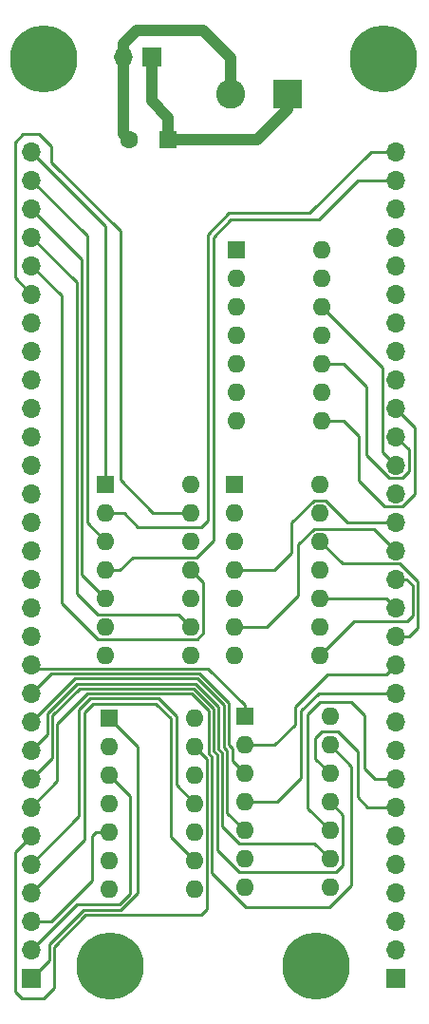
<source format=gbr>
%TF.GenerationSoftware,KiCad,Pcbnew,(5.1.9-0-10_14)*%
%TF.CreationDate,2021-06-04T20:59:10-04:00*%
%TF.ProjectId,INVERT_CONTROL_INTERFACE,494e5645-5254-45f4-934f-4e54524f4c5f,rev?*%
%TF.SameCoordinates,Original*%
%TF.FileFunction,Copper,L1,Top*%
%TF.FilePolarity,Positive*%
%FSLAX46Y46*%
G04 Gerber Fmt 4.6, Leading zero omitted, Abs format (unit mm)*
G04 Created by KiCad (PCBNEW (5.1.9-0-10_14)) date 2021-06-04 20:59:10*
%MOMM*%
%LPD*%
G01*
G04 APERTURE LIST*
%TA.AperFunction,ComponentPad*%
%ADD10C,0.800000*%
%TD*%
%TA.AperFunction,ComponentPad*%
%ADD11C,6.000000*%
%TD*%
%TA.AperFunction,ComponentPad*%
%ADD12C,1.600000*%
%TD*%
%TA.AperFunction,ComponentPad*%
%ADD13R,1.600000X1.600000*%
%TD*%
%TA.AperFunction,ComponentPad*%
%ADD14C,2.600000*%
%TD*%
%TA.AperFunction,ComponentPad*%
%ADD15R,2.600000X2.600000*%
%TD*%
%TA.AperFunction,ComponentPad*%
%ADD16O,1.700000X1.700000*%
%TD*%
%TA.AperFunction,ComponentPad*%
%ADD17R,1.700000X1.700000*%
%TD*%
%TA.AperFunction,ComponentPad*%
%ADD18O,1.600000X1.600000*%
%TD*%
%TA.AperFunction,Conductor*%
%ADD19C,0.250000*%
%TD*%
%TA.AperFunction,Conductor*%
%ADD20C,1.000000*%
%TD*%
G04 APERTURE END LIST*
D10*
%TO.P,REF\u002A\u002A,1*%
%TO.N,N/C*%
X86490990Y-51909010D03*
X84900000Y-51250000D03*
X83309010Y-51909010D03*
X82650000Y-53500000D03*
X83309010Y-55090990D03*
X84900000Y-55750000D03*
X86490990Y-55090990D03*
X87150000Y-53500000D03*
D11*
X84900000Y-53500000D03*
%TD*%
%TO.P,REF\u002A\u002A,1*%
%TO.N,N/C*%
X115200000Y-53500000D03*
D10*
X117450000Y-53500000D03*
X116790990Y-55090990D03*
X115200000Y-55750000D03*
X113609010Y-55090990D03*
X112950000Y-53500000D03*
X113609010Y-51909010D03*
X115200000Y-51250000D03*
X116790990Y-51909010D03*
%TD*%
D11*
%TO.P,REF\u002A\u002A,1*%
%TO.N,N/C*%
X90800000Y-134300000D03*
D10*
X93050000Y-134300000D03*
X92390990Y-135890990D03*
X90800000Y-136550000D03*
X89209010Y-135890990D03*
X88550000Y-134300000D03*
X89209010Y-132709010D03*
X90800000Y-132050000D03*
X92390990Y-132709010D03*
%TD*%
%TO.P,REF\u002A\u002A,1*%
%TO.N,N/C*%
X110790990Y-132709010D03*
X109200000Y-132050000D03*
X107609010Y-132709010D03*
X106950000Y-134300000D03*
X107609010Y-135890990D03*
X109200000Y-136550000D03*
X110790990Y-135890990D03*
X111450000Y-134300000D03*
D11*
X109200000Y-134300000D03*
%TD*%
D12*
%TO.P,C1,2*%
%TO.N,GND*%
X92500000Y-60700000D03*
D13*
%TO.P,C1,1*%
%TO.N,VCC*%
X96000000Y-60700000D03*
%TD*%
D14*
%TO.P,J4,2*%
%TO.N,GND*%
X101600000Y-56600000D03*
D15*
%TO.P,J4,1*%
%TO.N,VCC*%
X106600000Y-56600000D03*
%TD*%
D16*
%TO.P,J3,2*%
%TO.N,GND*%
X91960000Y-53300000D03*
D17*
%TO.P,J3,1*%
%TO.N,VCC*%
X94500000Y-53300000D03*
%TD*%
D16*
%TO.P,J1,30*%
%TO.N,Net-(J1-Pad30)*%
X116300000Y-61740000D03*
%TO.P,J1,29*%
%TO.N,Net-(J1-Pad29)*%
X116300000Y-64280000D03*
%TO.P,J1,28*%
%TO.N,Net-(J1-Pad28)*%
X116300000Y-66820000D03*
%TO.P,J1,27*%
%TO.N,Net-(J1-Pad27)*%
X116300000Y-69360000D03*
%TO.P,J1,26*%
%TO.N,Net-(J1-Pad26)*%
X116300000Y-71900000D03*
%TO.P,J1,25*%
%TO.N,Net-(J1-Pad25)*%
X116300000Y-74440000D03*
%TO.P,J1,24*%
%TO.N,Net-(J1-Pad24)*%
X116300000Y-76980000D03*
%TO.P,J1,23*%
%TO.N,Net-(J1-Pad23)*%
X116300000Y-79520000D03*
%TO.P,J1,22*%
%TO.N,Net-(J1-Pad22)*%
X116300000Y-82060000D03*
%TO.P,J1,21*%
%TO.N,Net-(J1-Pad21)*%
X116300000Y-84600000D03*
%TO.P,J1,20*%
%TO.N,Net-(J1-Pad20)*%
X116300000Y-87140000D03*
%TO.P,J1,19*%
%TO.N,Net-(J1-Pad19)*%
X116300000Y-89680000D03*
%TO.P,J1,18*%
%TO.N,Net-(J1-Pad18)*%
X116300000Y-92220000D03*
%TO.P,J1,17*%
%TO.N,Net-(J1-Pad17)*%
X116300000Y-94760000D03*
%TO.P,J1,16*%
%TO.N,Net-(J1-Pad16)*%
X116300000Y-97300000D03*
%TO.P,J1,15*%
%TO.N,Net-(J1-Pad15)*%
X116300000Y-99840000D03*
%TO.P,J1,14*%
%TO.N,Net-(J1-Pad14)*%
X116300000Y-102380000D03*
%TO.P,J1,13*%
%TO.N,Net-(J1-Pad13)*%
X116300000Y-104920000D03*
%TO.P,J1,12*%
%TO.N,Net-(J1-Pad12)*%
X116300000Y-107460000D03*
%TO.P,J1,11*%
%TO.N,Net-(J1-Pad11)*%
X116300000Y-110000000D03*
%TO.P,J1,10*%
%TO.N,Net-(J1-Pad10)*%
X116300000Y-112540000D03*
%TO.P,J1,9*%
%TO.N,Net-(J1-Pad9)*%
X116300000Y-115080000D03*
%TO.P,J1,8*%
%TO.N,Net-(J1-Pad8)*%
X116300000Y-117620000D03*
%TO.P,J1,7*%
%TO.N,Net-(J1-Pad7)*%
X116300000Y-120160000D03*
%TO.P,J1,6*%
%TO.N,Net-(J1-Pad6)*%
X116300000Y-122700000D03*
%TO.P,J1,5*%
%TO.N,Net-(J1-Pad5)*%
X116300000Y-125240000D03*
%TO.P,J1,4*%
%TO.N,Net-(J1-Pad4)*%
X116300000Y-127780000D03*
%TO.P,J1,3*%
%TO.N,Net-(J1-Pad3)*%
X116300000Y-130320000D03*
%TO.P,J1,2*%
%TO.N,Net-(J1-Pad2)*%
X116300000Y-132860000D03*
D17*
%TO.P,J1,1*%
%TO.N,Net-(J1-Pad1)*%
X116300000Y-135400000D03*
%TD*%
D16*
%TO.P,J2,30*%
%TO.N,Net-(J2-Pad30)*%
X83800000Y-61740000D03*
%TO.P,J2,29*%
%TO.N,Net-(J2-Pad29)*%
X83800000Y-64280000D03*
%TO.P,J2,28*%
%TO.N,Net-(J2-Pad28)*%
X83800000Y-66820000D03*
%TO.P,J2,27*%
%TO.N,Net-(J2-Pad27)*%
X83800000Y-69360000D03*
%TO.P,J2,26*%
%TO.N,Net-(J2-Pad26)*%
X83800000Y-71900000D03*
%TO.P,J2,25*%
%TO.N,Net-(J2-Pad25)*%
X83800000Y-74440000D03*
%TO.P,J2,24*%
%TO.N,Net-(J2-Pad24)*%
X83800000Y-76980000D03*
%TO.P,J2,23*%
%TO.N,Net-(J2-Pad23)*%
X83800000Y-79520000D03*
%TO.P,J2,22*%
%TO.N,Net-(J2-Pad22)*%
X83800000Y-82060000D03*
%TO.P,J2,21*%
%TO.N,Net-(J2-Pad21)*%
X83800000Y-84600000D03*
%TO.P,J2,20*%
%TO.N,Net-(J2-Pad20)*%
X83800000Y-87140000D03*
%TO.P,J2,19*%
%TO.N,Net-(J2-Pad19)*%
X83800000Y-89680000D03*
%TO.P,J2,18*%
%TO.N,Net-(J2-Pad18)*%
X83800000Y-92220000D03*
%TO.P,J2,17*%
%TO.N,Net-(J2-Pad17)*%
X83800000Y-94760000D03*
%TO.P,J2,16*%
%TO.N,Net-(J2-Pad16)*%
X83800000Y-97300000D03*
%TO.P,J2,15*%
%TO.N,Net-(J2-Pad15)*%
X83800000Y-99840000D03*
%TO.P,J2,14*%
%TO.N,Net-(J2-Pad14)*%
X83800000Y-102380000D03*
%TO.P,J2,13*%
%TO.N,Net-(J2-Pad13)*%
X83800000Y-104920000D03*
%TO.P,J2,12*%
%TO.N,Net-(J2-Pad12)*%
X83800000Y-107460000D03*
%TO.P,J2,11*%
%TO.N,Net-(J2-Pad11)*%
X83800000Y-110000000D03*
%TO.P,J2,10*%
%TO.N,Net-(J2-Pad10)*%
X83800000Y-112540000D03*
%TO.P,J2,9*%
%TO.N,Net-(J2-Pad9)*%
X83800000Y-115080000D03*
%TO.P,J2,8*%
%TO.N,Net-(J2-Pad8)*%
X83800000Y-117620000D03*
%TO.P,J2,7*%
%TO.N,Net-(J2-Pad7)*%
X83800000Y-120160000D03*
%TO.P,J2,6*%
%TO.N,Net-(J2-Pad6)*%
X83800000Y-122700000D03*
%TO.P,J2,5*%
%TO.N,Net-(J2-Pad5)*%
X83800000Y-125240000D03*
%TO.P,J2,4*%
%TO.N,Net-(J2-Pad4)*%
X83800000Y-127780000D03*
%TO.P,J2,3*%
%TO.N,Net-(J2-Pad3)*%
X83800000Y-130320000D03*
%TO.P,J2,2*%
%TO.N,Net-(J2-Pad2)*%
X83800000Y-132860000D03*
D17*
%TO.P,J2,1*%
%TO.N,Net-(J2-Pad1)*%
X83800000Y-135400000D03*
%TD*%
D18*
%TO.P,U5,14*%
%TO.N,VCC*%
X98320000Y-112200000D03*
%TO.P,U5,7*%
%TO.N,GND*%
X90700000Y-127440000D03*
%TO.P,U5,13*%
%TO.N,Net-(J2-Pad6)*%
X98320000Y-114740000D03*
%TO.P,U5,6*%
%TO.N,Net-(J1-Pad3)*%
X90700000Y-124900000D03*
%TO.P,U5,12*%
%TO.N,Net-(J1-Pad6)*%
X98320000Y-117280000D03*
%TO.P,U5,5*%
%TO.N,Net-(J2-Pad3)*%
X90700000Y-122360000D03*
%TO.P,U5,11*%
%TO.N,Net-(J2-Pad5)*%
X98320000Y-119820000D03*
%TO.P,U5,4*%
%TO.N,Net-(J1-Pad2)*%
X90700000Y-119820000D03*
%TO.P,U5,10*%
%TO.N,Net-(J1-Pad5)*%
X98320000Y-122360000D03*
%TO.P,U5,3*%
%TO.N,Net-(J2-Pad2)*%
X90700000Y-117280000D03*
%TO.P,U5,9*%
%TO.N,Net-(J2-Pad4)*%
X98320000Y-124900000D03*
%TO.P,U5,2*%
%TO.N,Net-(J1-Pad1)*%
X90700000Y-114740000D03*
%TO.P,U5,8*%
%TO.N,Net-(J1-Pad4)*%
X98320000Y-127440000D03*
D13*
%TO.P,U5,1*%
%TO.N,Net-(J2-Pad1)*%
X90700000Y-112200000D03*
%TD*%
D18*
%TO.P,U4,14*%
%TO.N,VCC*%
X98020000Y-91400000D03*
%TO.P,U4,7*%
%TO.N,GND*%
X90400000Y-106640000D03*
%TO.P,U4,13*%
%TO.N,Net-(J2-Pad25)*%
X98020000Y-93940000D03*
%TO.P,U4,6*%
%TO.N,Net-(J1-Pad28)*%
X90400000Y-104100000D03*
%TO.P,U4,12*%
%TO.N,Net-(J1-Pad25)*%
X98020000Y-96480000D03*
%TO.P,U4,5*%
%TO.N,Net-(J2-Pad28)*%
X90400000Y-101560000D03*
%TO.P,U4,11*%
%TO.N,Net-(J2-Pad26)*%
X98020000Y-99020000D03*
%TO.P,U4,4*%
%TO.N,Net-(J1-Pad29)*%
X90400000Y-99020000D03*
%TO.P,U4,10*%
%TO.N,Net-(J1-Pad26)*%
X98020000Y-101560000D03*
%TO.P,U4,3*%
%TO.N,Net-(J2-Pad29)*%
X90400000Y-96480000D03*
%TO.P,U4,9*%
%TO.N,Net-(J2-Pad27)*%
X98020000Y-104100000D03*
%TO.P,U4,2*%
%TO.N,Net-(J1-Pad30)*%
X90400000Y-93940000D03*
%TO.P,U4,8*%
%TO.N,Net-(J1-Pad27)*%
X98020000Y-106640000D03*
D13*
%TO.P,U4,1*%
%TO.N,Net-(J2-Pad30)*%
X90400000Y-91400000D03*
%TD*%
D18*
%TO.P,U3,14*%
%TO.N,VCC*%
X109520000Y-91400000D03*
%TO.P,U3,7*%
%TO.N,GND*%
X101900000Y-106640000D03*
%TO.P,U3,13*%
%TO.N,Net-(J2-Pad13)*%
X109520000Y-93940000D03*
%TO.P,U3,6*%
%TO.N,Net-(J1-Pad16)*%
X101900000Y-104100000D03*
%TO.P,U3,12*%
%TO.N,Net-(J1-Pad13)*%
X109520000Y-96480000D03*
%TO.P,U3,5*%
%TO.N,Net-(J2-Pad16)*%
X101900000Y-101560000D03*
%TO.P,U3,11*%
%TO.N,Net-(J2-Pad14)*%
X109520000Y-99020000D03*
%TO.P,U3,4*%
%TO.N,Net-(J1-Pad17)*%
X101900000Y-99020000D03*
%TO.P,U3,10*%
%TO.N,Net-(J1-Pad14)*%
X109520000Y-101560000D03*
%TO.P,U3,3*%
%TO.N,Net-(J2-Pad17)*%
X101900000Y-96480000D03*
%TO.P,U3,9*%
%TO.N,Net-(J2-Pad15)*%
X109520000Y-104100000D03*
%TO.P,U3,2*%
%TO.N,Net-(J1-Pad18)*%
X101900000Y-93940000D03*
%TO.P,U3,8*%
%TO.N,Net-(J1-Pad15)*%
X109520000Y-106640000D03*
D13*
%TO.P,U3,1*%
%TO.N,Net-(J2-Pad18)*%
X101900000Y-91400000D03*
%TD*%
D18*
%TO.P,U2,14*%
%TO.N,VCC*%
X109720000Y-70500000D03*
%TO.P,U2,7*%
%TO.N,GND*%
X102100000Y-85740000D03*
%TO.P,U2,13*%
%TO.N,Net-(J2-Pad19)*%
X109720000Y-73040000D03*
%TO.P,U2,6*%
%TO.N,Net-(J1-Pad22)*%
X102100000Y-83200000D03*
%TO.P,U2,12*%
%TO.N,Net-(J1-Pad19)*%
X109720000Y-75580000D03*
%TO.P,U2,5*%
%TO.N,Net-(J2-Pad22)*%
X102100000Y-80660000D03*
%TO.P,U2,11*%
%TO.N,Net-(J2-Pad20)*%
X109720000Y-78120000D03*
%TO.P,U2,4*%
%TO.N,Net-(J1-Pad23)*%
X102100000Y-78120000D03*
%TO.P,U2,10*%
%TO.N,Net-(J1-Pad20)*%
X109720000Y-80660000D03*
%TO.P,U2,3*%
%TO.N,Net-(J2-Pad23)*%
X102100000Y-75580000D03*
%TO.P,U2,9*%
%TO.N,Net-(J2-Pad21)*%
X109720000Y-83200000D03*
%TO.P,U2,2*%
%TO.N,Net-(J1-Pad24)*%
X102100000Y-73040000D03*
%TO.P,U2,8*%
%TO.N,Net-(J1-Pad21)*%
X109720000Y-85740000D03*
D13*
%TO.P,U2,1*%
%TO.N,Net-(J2-Pad24)*%
X102100000Y-70500000D03*
%TD*%
D18*
%TO.P,U1,14*%
%TO.N,VCC*%
X110420000Y-112100000D03*
%TO.P,U1,7*%
%TO.N,GND*%
X102800000Y-127340000D03*
%TO.P,U1,13*%
%TO.N,Net-(J2-Pad7)*%
X110420000Y-114640000D03*
%TO.P,U1,6*%
%TO.N,Net-(J1-Pad10)*%
X102800000Y-124800000D03*
%TO.P,U1,12*%
%TO.N,Net-(J1-Pad7)*%
X110420000Y-117180000D03*
%TO.P,U1,5*%
%TO.N,Net-(J2-Pad10)*%
X102800000Y-122260000D03*
%TO.P,U1,11*%
%TO.N,Net-(J2-Pad8)*%
X110420000Y-119720000D03*
%TO.P,U1,4*%
%TO.N,Net-(J1-Pad11)*%
X102800000Y-119720000D03*
%TO.P,U1,10*%
%TO.N,Net-(J1-Pad8)*%
X110420000Y-122260000D03*
%TO.P,U1,3*%
%TO.N,Net-(J2-Pad11)*%
X102800000Y-117180000D03*
%TO.P,U1,9*%
%TO.N,Net-(J2-Pad9)*%
X110420000Y-124800000D03*
%TO.P,U1,2*%
%TO.N,Net-(J1-Pad12)*%
X102800000Y-114640000D03*
%TO.P,U1,8*%
%TO.N,Net-(J1-Pad9)*%
X110420000Y-127340000D03*
D13*
%TO.P,U1,1*%
%TO.N,Net-(J2-Pad12)*%
X102800000Y-112100000D03*
%TD*%
D19*
%TO.N,Net-(J2-Pad30)*%
X90400000Y-68340000D02*
X90400000Y-91400000D01*
X83800000Y-61740000D02*
X90400000Y-68340000D01*
%TO.N,Net-(J2-Pad29)*%
X88750031Y-69230031D02*
X88750031Y-94830031D01*
X83800000Y-64280000D02*
X88750031Y-69230031D01*
X88750031Y-94830031D02*
X90400000Y-96480000D01*
%TO.N,Net-(J2-Pad28)*%
X83800000Y-66820000D02*
X88300020Y-71320020D01*
X88300020Y-71320020D02*
X88300020Y-99460020D01*
X88300020Y-99460020D02*
X90400000Y-101560000D01*
%TO.N,Net-(J2-Pad27)*%
X89674999Y-102974999D02*
X96894999Y-102974999D01*
X96894999Y-102974999D02*
X98020000Y-104100000D01*
X87850009Y-101150009D02*
X89674999Y-102974999D01*
X83800000Y-69360000D02*
X87850009Y-73410009D01*
X87850009Y-73410009D02*
X87850009Y-101150009D01*
%TO.N,Net-(J2-Pad26)*%
X83800000Y-71900000D02*
X86500000Y-74600000D01*
X86500000Y-74600000D02*
X86500000Y-102000000D01*
X99145001Y-104640001D02*
X99145001Y-100145001D01*
X99145001Y-100145001D02*
X98020000Y-99020000D01*
X98560001Y-105225001D02*
X99145001Y-104640001D01*
X89725001Y-105225001D02*
X98560001Y-105225001D01*
X86500000Y-102000000D02*
X89725001Y-105225001D01*
%TO.N,Net-(J2-Pad25)*%
X83800000Y-74440000D02*
X82300000Y-72940000D01*
X82300000Y-72940000D02*
X82300000Y-60900000D01*
X82300000Y-60900000D02*
X83000000Y-60200000D01*
X83000000Y-60200000D02*
X84500000Y-60200000D01*
X84500000Y-60200000D02*
X85600000Y-61300000D01*
X85600000Y-61300000D02*
X85600000Y-62700000D01*
X85600000Y-62700000D02*
X91700000Y-68800000D01*
X91700000Y-68800000D02*
X91700000Y-91000000D01*
X94640000Y-93940000D02*
X98020000Y-93940000D01*
X91700000Y-91000000D02*
X94640000Y-93940000D01*
%TO.N,Net-(J2-Pad12)*%
X84139936Y-107799936D02*
X99549936Y-107799936D01*
X102800000Y-111050000D02*
X102800000Y-112100000D01*
X83800000Y-107460000D02*
X84139936Y-107799936D01*
X99549936Y-107799936D02*
X102800000Y-111050000D01*
%TO.N,Net-(J2-Pad11)*%
X101695056Y-116075056D02*
X102800000Y-117180000D01*
X101695056Y-114933001D02*
X101695056Y-116075056D01*
X85550053Y-108249947D02*
X98795591Y-108249947D01*
X98795591Y-108249947D02*
X101400000Y-110854356D01*
X83800000Y-110000000D02*
X85550053Y-108249947D01*
X101400000Y-110854356D02*
X101400000Y-114637945D01*
X101400000Y-114637945D02*
X101695056Y-114933001D01*
%TO.N,Net-(J2-Pad10)*%
X100949989Y-114824345D02*
X101245045Y-115119401D01*
X100949989Y-111040756D02*
X100949989Y-114824345D01*
X98609191Y-108699958D02*
X100949989Y-111040756D01*
X87640042Y-108699958D02*
X98609191Y-108699958D01*
X101245045Y-115119401D02*
X101245045Y-120705045D01*
X101245045Y-120705045D02*
X102800000Y-122260000D01*
X83800000Y-112540000D02*
X87640042Y-108699958D01*
%TO.N,Net-(J2-Pad9)*%
X87877209Y-109149969D02*
X98422791Y-109149969D01*
X109005001Y-123385001D02*
X110420000Y-124800000D01*
X100795034Y-121885802D02*
X102294233Y-123385001D01*
X85199978Y-111827200D02*
X87877209Y-109149969D01*
X83800000Y-115080000D02*
X85199978Y-113680022D01*
X100499978Y-115010745D02*
X100795034Y-115305801D01*
X98422791Y-109149969D02*
X100499978Y-111227156D01*
X100499978Y-111227156D02*
X100499978Y-115010745D01*
X100795034Y-115305801D02*
X100795034Y-121885802D01*
X102294233Y-123385001D02*
X109005001Y-123385001D01*
X85199978Y-113680022D02*
X85199978Y-111827200D01*
%TO.N,Net-(J2-Pad8)*%
X100049967Y-111413556D02*
X100049967Y-115197145D01*
X100049967Y-115197145D02*
X100345023Y-115492201D01*
X88063609Y-109599980D02*
X98236391Y-109599980D01*
X102297822Y-125925001D02*
X110960001Y-125925001D01*
X83800000Y-117620000D02*
X85649989Y-115770011D01*
X85649989Y-115770011D02*
X85649989Y-112013600D01*
X100345023Y-115492201D02*
X100345023Y-123972202D01*
X100345023Y-123972202D02*
X102297822Y-125925001D01*
X110960001Y-125925001D02*
X111545001Y-125340001D01*
X111545001Y-125340001D02*
X111545001Y-120845001D01*
X111545001Y-120845001D02*
X110420000Y-119720000D01*
X98236391Y-109599980D02*
X100049967Y-111413556D01*
X85649989Y-112013600D02*
X88063609Y-109599980D01*
%TO.N,Net-(J2-Pad7)*%
X112300000Y-116520000D02*
X110420000Y-114640000D01*
X112300000Y-127125002D02*
X112300000Y-116520000D01*
X110325002Y-129100000D02*
X112300000Y-127125002D01*
X99895012Y-126058601D02*
X102936411Y-129100000D01*
X99599956Y-111599956D02*
X99599956Y-115383545D01*
X99599956Y-115383545D02*
X99895012Y-115678601D01*
X86100000Y-112763590D02*
X88813599Y-110049991D01*
X83800000Y-120160000D02*
X86100000Y-117860000D01*
X102936411Y-129100000D02*
X110325002Y-129100000D01*
X86100000Y-117860000D02*
X86100000Y-112763590D01*
X98049991Y-110049991D02*
X99599956Y-111599956D01*
X88813599Y-110049991D02*
X98049991Y-110049991D01*
X99895012Y-115678601D02*
X99895012Y-126058601D01*
%TO.N,Net-(J2-Pad6)*%
X99445001Y-115865001D02*
X98320000Y-114740000D01*
X98900000Y-129800000D02*
X99445001Y-129254999D01*
X85800000Y-132600000D02*
X88600000Y-129800000D01*
X84900000Y-137200000D02*
X85800000Y-136300000D01*
X82300000Y-124200000D02*
X82300000Y-136600000D01*
X85800000Y-136300000D02*
X85800000Y-132600000D01*
X99445001Y-129254999D02*
X99445001Y-115865001D01*
X82900000Y-137200000D02*
X84900000Y-137200000D01*
X88600000Y-129800000D02*
X98900000Y-129800000D01*
X83800000Y-122700000D02*
X82300000Y-124200000D01*
X82300000Y-136600000D02*
X82900000Y-137200000D01*
%TO.N,Net-(J2-Pad5)*%
X96700000Y-112100000D02*
X96700000Y-118200000D01*
X88049989Y-120990011D02*
X88049989Y-111513600D01*
X88049989Y-111513600D02*
X89063589Y-110500000D01*
X95100001Y-110500000D02*
X96700000Y-112100000D01*
X83800000Y-125240000D02*
X88049989Y-120990011D01*
X96700000Y-118200000D02*
X98320000Y-119820000D01*
X89063589Y-110500000D02*
X95100001Y-110500000D01*
%TO.N,Net-(J2-Pad4)*%
X96200000Y-122780000D02*
X98320000Y-124900000D01*
X89249989Y-110950011D02*
X94913601Y-110950011D01*
X96200000Y-112236410D02*
X96200000Y-122780000D01*
X83800000Y-127780000D02*
X88500000Y-123080000D01*
X88500000Y-111700000D02*
X89249989Y-110950011D01*
X94913601Y-110950011D02*
X96200000Y-112236410D01*
X88500000Y-123080000D02*
X88500000Y-111700000D01*
%TO.N,Net-(J2-Pad3)*%
X89200000Y-122700000D02*
X89540000Y-122360000D01*
X89200000Y-126700000D02*
X89200000Y-122700000D01*
X89540000Y-122360000D02*
X90700000Y-122360000D01*
X85580000Y-130320000D02*
X89200000Y-126700000D01*
X83800000Y-130320000D02*
X85580000Y-130320000D01*
%TO.N,Net-(J2-Pad2)*%
X87860000Y-128800000D02*
X91663590Y-128800000D01*
X92600000Y-127863590D02*
X92600000Y-119180000D01*
X83800000Y-132860000D02*
X87860000Y-128800000D01*
X92600000Y-119180000D02*
X90700000Y-117280000D01*
X91663590Y-128800000D02*
X92600000Y-127863590D01*
%TO.N,Net-(J2-Pad1)*%
X88413600Y-129349989D02*
X85349989Y-132413600D01*
X93250009Y-114750009D02*
X93250009Y-127849991D01*
X85349989Y-132413600D02*
X85349989Y-133850011D01*
X93250009Y-127849991D02*
X91750011Y-129349989D01*
X90700000Y-112200000D02*
X93250009Y-114750009D01*
X91750011Y-129349989D02*
X88413600Y-129349989D01*
X85349989Y-133850011D02*
X83800000Y-135400000D01*
%TO.N,Net-(J1-Pad30)*%
X116300000Y-61740000D02*
X114060000Y-61740000D01*
X93300000Y-95200000D02*
X92040000Y-93940000D01*
X114060000Y-61740000D02*
X108600000Y-67200000D01*
X99500000Y-94600000D02*
X98900000Y-95200000D01*
X99500000Y-69100000D02*
X99500000Y-94600000D01*
X98900000Y-95200000D02*
X93300000Y-95200000D01*
X108600000Y-67200000D02*
X101400000Y-67200000D01*
X92040000Y-93940000D02*
X90400000Y-93940000D01*
X101400000Y-67200000D02*
X99500000Y-69100000D01*
%TO.N,Net-(J1-Pad29)*%
X109400000Y-67800000D02*
X101600000Y-67800000D01*
X92805001Y-97894999D02*
X91680000Y-99020000D01*
X91680000Y-99020000D02*
X90400000Y-99020000D01*
X98505001Y-97894999D02*
X92805001Y-97894999D01*
X100000000Y-69400000D02*
X100000000Y-96400000D01*
X112920000Y-64280000D02*
X109400000Y-67800000D01*
X101600000Y-67800000D02*
X100000000Y-69400000D01*
X100000000Y-96400000D02*
X98505001Y-97894999D01*
X116300000Y-64280000D02*
X112920000Y-64280000D01*
%TO.N,Net-(J1-Pad21)*%
X113000000Y-87100000D02*
X111640000Y-85740000D01*
X113000000Y-91100000D02*
X113000000Y-87100000D01*
X116864001Y-93395001D02*
X115295001Y-93395001D01*
X111640000Y-85740000D02*
X109720000Y-85740000D01*
X118000000Y-86300000D02*
X118000000Y-92259002D01*
X115295001Y-93395001D02*
X113000000Y-91100000D01*
X118000000Y-92259002D02*
X116864001Y-93395001D01*
X116300000Y-84600000D02*
X118000000Y-86300000D01*
%TO.N,Net-(J1-Pad20)*%
X115735999Y-90855001D02*
X113700000Y-88819002D01*
X117475001Y-88315001D02*
X117475001Y-90244001D01*
X116864001Y-90855001D02*
X115735999Y-90855001D01*
X117475001Y-90244001D02*
X116864001Y-90855001D01*
X116300000Y-87140000D02*
X117475001Y-88315001D01*
X113700000Y-88819002D02*
X113700000Y-82700000D01*
X111660000Y-80660000D02*
X109720000Y-80660000D01*
X113700000Y-82700000D02*
X111660000Y-80660000D01*
%TO.N,Net-(J1-Pad19)*%
X115124999Y-80984999D02*
X109720000Y-75580000D01*
X115124999Y-88504999D02*
X115124999Y-80984999D01*
X116300000Y-89680000D02*
X115124999Y-88504999D01*
%TO.N,Net-(J1-Pad17)*%
X108979999Y-92814999D02*
X107000000Y-94794998D01*
X110060001Y-92814999D02*
X108979999Y-92814999D01*
X112005002Y-94760000D02*
X110060001Y-92814999D01*
X116300000Y-94760000D02*
X112005002Y-94760000D01*
X107000000Y-94794998D02*
X107000000Y-97500000D01*
X105480000Y-99020000D02*
X101900000Y-99020000D01*
X107000000Y-97500000D02*
X105480000Y-99020000D01*
%TO.N,Net-(J1-Pad16)*%
X108979999Y-95354999D02*
X107600000Y-96734998D01*
X114354999Y-95354999D02*
X108979999Y-95354999D01*
X116300000Y-97300000D02*
X114354999Y-95354999D01*
X107600000Y-96734998D02*
X107600000Y-101300000D01*
X104800000Y-104100000D02*
X101900000Y-104100000D01*
X107600000Y-101300000D02*
X104800000Y-104100000D01*
%TO.N,Net-(J1-Pad15)*%
X117800000Y-100400000D02*
X117240000Y-99840000D01*
X109520000Y-106640000D02*
X112560000Y-103600000D01*
X117300000Y-103600000D02*
X117800000Y-103100000D01*
X112560000Y-103600000D02*
X117300000Y-103600000D01*
X117240000Y-99840000D02*
X116300000Y-99840000D01*
X117800000Y-103100000D02*
X117800000Y-100400000D01*
%TO.N,Net-(J1-Pad14)*%
X115480000Y-101560000D02*
X116300000Y-102380000D01*
X109520000Y-101560000D02*
X115480000Y-101560000D01*
%TO.N,Net-(J1-Pad13)*%
X117502081Y-104920000D02*
X116300000Y-104920000D01*
X109520000Y-96480000D02*
X111515001Y-98475001D01*
X111515001Y-98475001D02*
X116674003Y-98475001D01*
X116674003Y-98475001D02*
X118250009Y-100051007D01*
X118250009Y-100051007D02*
X118250009Y-104172072D01*
X118250009Y-104172072D02*
X117502081Y-104920000D01*
%TO.N,Net-(J1-Pad12)*%
X115450001Y-108309999D02*
X110190001Y-108309999D01*
X116300000Y-107460000D02*
X115450001Y-108309999D01*
X110190001Y-108309999D02*
X107300000Y-111200000D01*
X107300000Y-111200000D02*
X107300000Y-112800000D01*
X105460000Y-114640000D02*
X102800000Y-114640000D01*
X107300000Y-112800000D02*
X105460000Y-114640000D01*
%TO.N,Net-(J1-Pad11)*%
X116300000Y-110000000D02*
X109400000Y-110000000D01*
X109400000Y-110000000D02*
X107800000Y-111600000D01*
X107800000Y-111600000D02*
X107800000Y-117600000D01*
X105680000Y-119720000D02*
X102800000Y-119720000D01*
X107800000Y-117600000D02*
X105680000Y-119720000D01*
%TO.N,Net-(J1-Pad8)*%
X114420000Y-117620000D02*
X116300000Y-117620000D01*
X113500000Y-112000000D02*
X113500000Y-116700000D01*
X109500000Y-110800000D02*
X112300000Y-110800000D01*
X112300000Y-110800000D02*
X113500000Y-112000000D01*
X108400000Y-111900000D02*
X109500000Y-110800000D01*
X113500000Y-116700000D02*
X114420000Y-117620000D01*
X108400000Y-120240000D02*
X108400000Y-111900000D01*
X110420000Y-122260000D02*
X108400000Y-120240000D01*
%TO.N,Net-(J1-Pad7)*%
X109700000Y-113400000D02*
X111100000Y-113400000D01*
X109100000Y-114000000D02*
X109700000Y-113400000D01*
X110420000Y-117180000D02*
X109100000Y-115860000D01*
X112900000Y-115200000D02*
X112900000Y-119300000D01*
X113760000Y-120160000D02*
X116300000Y-120160000D01*
X112900000Y-119300000D02*
X113760000Y-120160000D01*
X111100000Y-113400000D02*
X112900000Y-115200000D01*
X109100000Y-115860000D02*
X109100000Y-114000000D01*
D20*
%TO.N,GND*%
X91960000Y-60160000D02*
X92500000Y-60700000D01*
X91960000Y-53300000D02*
X91960000Y-60160000D01*
X91960000Y-53300000D02*
X91960000Y-52140000D01*
X91960000Y-52140000D02*
X93200000Y-50900000D01*
X93200000Y-50900000D02*
X99100000Y-50900000D01*
X101600000Y-53400000D02*
X101600000Y-56600000D01*
X99100000Y-50900000D02*
X101600000Y-53400000D01*
%TO.N,VCC*%
X106600000Y-56600000D02*
X106600000Y-58000000D01*
X103900000Y-60700000D02*
X96000000Y-60700000D01*
X106600000Y-58000000D02*
X103900000Y-60700000D01*
X94500000Y-53300000D02*
X94500000Y-57200000D01*
X96000000Y-58700000D02*
X96000000Y-60700000D01*
X94500000Y-57200000D02*
X96000000Y-58700000D01*
%TD*%
M02*

</source>
